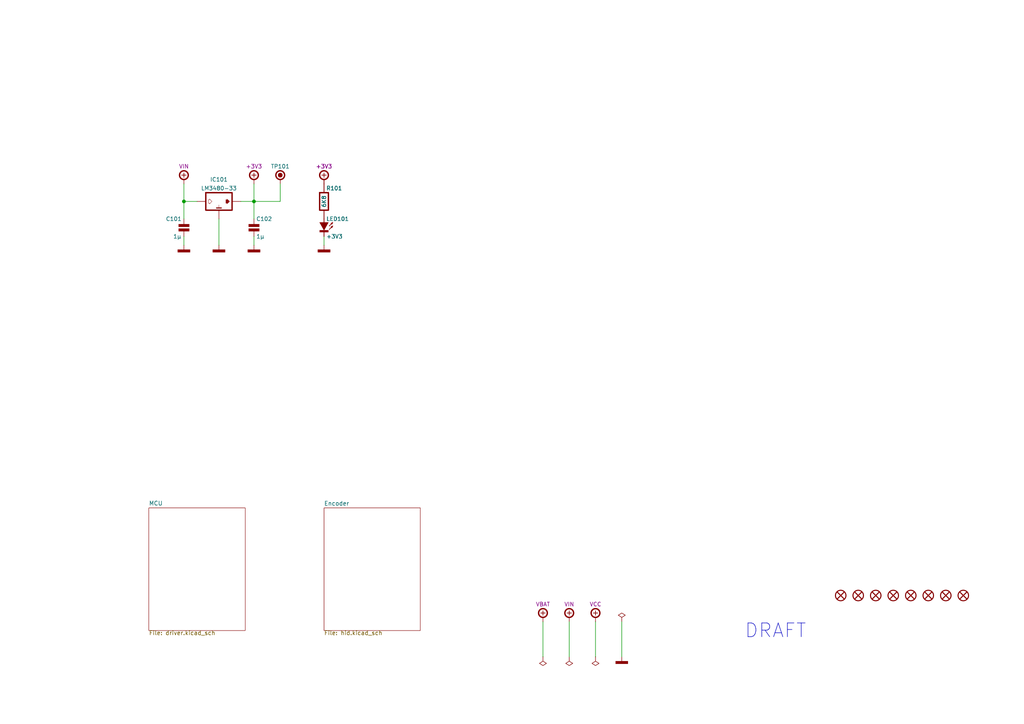
<source format=kicad_sch>
(kicad_sch (version 20211123) (generator eeschema)
  (paper "A4")
  (title_block (title "Power") (date "01/2022") (rev "A") (comment 1 "TCAR MCU Board - PIC24"))
  (lib_symbols
    (symbol "power:PWR_FLAG" (power) (pin_numbers hide) (pin_names (offset 0) hide)
      (property "Value" "PWR_FLAG" (at 0 3.81 0))
      (symbol "PWR_FLAG_0_0"
        (pin power_out line (at 0 0 90) (length 0) (name "pwr") (number "1"))
      )
      (symbol "PWR_FLAG_0_1"
        (polyline (pts (xy 0 0) (xy 0 1.27) (xy -1.016 1.905) (xy 0 2.54) (xy 1.016 1.905) (xy 0 1.27)))
      )
    )
    (symbol "tronixio:C-1206" (pin_numbers hide) (pin_names (offset 0) hide)
      (property "Reference" "C" (at 0.635 2.54 0))
      (property "Value" "C-1206" (at 0.635 -2.54 0))
      (symbol "C-1206_0_1"
        (rectangle (start -1.524 -0.254) (end 1.524 -1.016) (stroke (width 0.001)) (fill (type outline)))
        (rectangle (start -1.524 1.016) (end 1.524 0.254) (stroke (width 0.001)) (fill (type outline)))
      )
      (symbol "C-1206_1_1"
        (pin passive line (at 0 2.54 270) (length 1.905) (name "~") (number "1"))
        (pin passive line (at 0 -2.54 90) (length 1.905) (name "~") (number "2"))
      )
    )
    (symbol "tronixio:HARWIN-S1751" (pin_numbers hide) (pin_names (offset 0) hide)
      (property "Reference" "TP" (at 0 7.62 0))
      (property "Value" "HARWIN-S1751" (at 0 5.08 0))
      (symbol "HARWIN-S1751_0_1"
        (circle (center 0 2.54) (radius 0.635) (stroke (width 0.001)) (fill (type outline)))
        (circle (center 0 2.54) (radius 1.27) (stroke (width 0.4)))
      )
      (symbol "HARWIN-S1751_1_1"
        (pin passive line (at 0 0 90) (length 1.27) (name "1") (number "1"))
      )
    )
    (symbol "tronixio:LED-1206-RED" (pin_numbers hide) (pin_names (offset 0) hide)
      (property "Reference" "LED" (at 0 -2.54 0))
      (property "Value" "LED-1206-RED" (at 0 -5.08 0))
      (symbol "LED-1206-RED_0_1"
        (rectangle (start -1.27 1.27) (end -0.762 -1.27) (stroke (width 0.001)) (fill (type outline)))
        (polyline (pts (xy 1.524 -1.27) (xy 1.524 1.27) (xy -0.762 0) (xy 1.524 -1.27)) (stroke (width 0.001)) (fill (type outline)))
        (polyline (pts (xy -0.508 1.524) (xy 0.508 2.54) (xy 0.254 2.032) (xy 0 2.286) (xy 0.508 2.54)) (stroke (width 0.2)))
        (polyline (pts (xy 0.508 1.524) (xy 1.524 2.54) (xy 1.27 2.032) (xy 1.016 2.286) (xy 1.524 2.54)) (stroke (width 0.2)))
      )
      (symbol "LED-1206-RED_1_1"
        (pin passive line (at -2.54 0 0) (length 1.27) (name "K") (number "1"))
        (pin passive line (at 2.54 0 180) (length 1.27) (name "A") (number "2"))
      )
    )
    (symbol "tronixio:LM3480-33-SOT" (pin_numbers hide) (pin_names (offset 0) hide)
      (property "Reference" "IC" (at 0 6.35 0))
      (property "Value" "LM3480-33-SOT" (at 0 3.81 0))
      (symbol "LM3480-33-SOT_0_1"
        (rectangle (start -3.81 -2.54) (end 3.81 2.54) (stroke (width 0.4)))
        (rectangle (start -0.762 -1.778) (end 0.762 -2.032) (stroke (width 0.001)) (fill (type outline)))
        (polyline (pts (xy -2.032 0) (xy -2.794 -0.762)) (stroke (width 0.0006)))
        (polyline (pts (xy -2.032 0) (xy -2.794 0.762)) (stroke (width 0.0006)))
        (polyline (pts (xy 0 -1.778) (xy 0 -1.016)) (stroke (width 0.0006)))
        (polyline (pts (xy 3.048 0) (xy 2.286 -0.762)) (stroke (width 0.0006)))
        (polyline (pts (xy 3.048 0) (xy 2.286 0.762)) (stroke (width 0.0006)))
        (polyline (pts (xy -2.54 -0.508) (xy -3.048 -0.508) (xy -3.048 0.508) (xy -2.54 0.508)) (stroke (width 0.0006)))
        (polyline (pts (xy 2.54 -0.508) (xy 2.032 -0.508) (xy 2.032 0.508) (xy 2.54 0.508)) (stroke (width 0.001)) (fill (type outline)))
        (polyline (pts (xy 2.54 -0.508) (xy 3.048 0) (xy 2.54 0.508) (xy 2.54 -0.508)) (stroke (width 0.001)) (fill (type outline)))
      )
      (symbol "LM3480-33-SOT_1_1"
        (pin power_out line (at 6.35 0 180) (length 2.54) (name "VO") (number "1"))
        (pin power_in line (at -6.35 0 0) (length 2.54) (name "VI") (number "2"))
        (pin power_in line (at 0 -5.08 90) (length 2.54) (name "GND") (number "3"))
      )
    )
    (symbol "tronixio:MOUNTING-HOLE-MASK-3MM" (pin_numbers hide) (pin_names (offset 0) hide)
      (symbol "MOUNTING-HOLE-MASK-3MM_0_1"
        (polyline (pts (xy -1.016 -1.016) (xy 1.016 1.016)) (stroke (width 0.3)))
        (polyline (pts (xy 1.016 -1.016) (xy -1.016 1.016)) (stroke (width 0.3)))
        (circle (center 0 0) (radius 1.524) (stroke (width 0.3)))
      )
    )
    (symbol "tronixio:POWER-+3V3" (power) (pin_numbers hide) (pin_names (offset 0) hide)
      (property "Name" "+3V3" (at 0 5.08 0))
      (symbol "POWER-+3V3_0_1"
        (polyline (pts (xy -0.635 2.54) (xy 0.635 2.54)) (stroke (width 0.2)))
        (polyline (pts (xy 0 1.905) (xy 0 3.175)) (stroke (width 0.2)))
        (circle (center 0 2.54) (radius 1.27) (stroke (width 0.4)))
      )
      (symbol "POWER-+3V3_1_1"
        (pin power_in line (at 0 0 90) (length 1.27) (name "+3V3") (number "1"))
      )
    )
    (symbol "tronixio:POWER-GND" (power) (pin_numbers hide) (pin_names (offset 0) hide)
      (symbol "POWER-GND_0_1"
        (rectangle (start -1.778 -2.032) (end 1.778 -1.27) (stroke (width 0.001)) (fill (type outline)))
      )
      (symbol "POWER-GND_1_1"
        (pin power_in line (at 0 0 270) (length 1.27) (name "GND") (number "1"))
      )
    )
    (symbol "tronixio:POWER-VBAT" (power) (pin_numbers hide) (pin_names (offset 0) hide)
      (property "Name" "VBAT" (at 0 5.08 0))
      (symbol "POWER-VBAT_0_1"
        (polyline (pts (xy -0.635 2.54) (xy 0.635 2.54)) (stroke (width 0.2)))
        (polyline (pts (xy 0 1.905) (xy 0 3.175)) (stroke (width 0.2)))
        (circle (center 0 2.54) (radius 1.27) (stroke (width 0.4)))
      )
      (symbol "POWER-VBAT_1_1"
        (pin power_in line (at 0 0 90) (length 1.27) (name "VBAT") (number "1"))
      )
    )
    (symbol "tronixio:POWER-VCC" (power) (pin_numbers hide) (pin_names (offset 0) hide)
      (property "Name" "VCC" (at 0 5.08 0))
      (symbol "POWER-VCC_0_1"
        (polyline (pts (xy -0.635 2.54) (xy 0.635 2.54)) (stroke (width 0.2)))
        (polyline (pts (xy 0 1.905) (xy 0 3.175)) (stroke (width 0.2)))
        (circle (center 0 2.54) (radius 1.27) (stroke (width 0.4)))
      )
      (symbol "POWER-VCC_1_1"
        (pin power_in line (at 0 0 90) (length 1.27) (name "VCC") (number "1"))
      )
    )
    (symbol "tronixio:POWER-VIN" (power) (pin_numbers hide) (pin_names (offset 0) hide)
      (property "Name" "VIN" (at 0 5.08 0))
      (symbol "POWER-VIN_0_1"
        (polyline (pts (xy -0.635 2.54) (xy 0.635 2.54)) (stroke (width 0.2)))
        (polyline (pts (xy 0 1.905) (xy 0 3.175)) (stroke (width 0.2)))
        (circle (center 0 2.54) (radius 1.27) (stroke (width 0.4)))
      )
      (symbol "POWER-VIN_1_1"
        (pin power_in line (at 0 0 90) (length 1.27) (name "VIN") (number "1"))
      )
    )
    (symbol "tronixio:R-1206" (pin_numbers hide) (pin_names (offset 0) hide)
      (property "Reference" "R" (at 2.54 0 90))
      (property "Value" "R-1206" (at 0 0 90))
      (symbol "R-1206_0_1"
        (rectangle (start -1.27 -2.54) (end 1.27 2.54) (stroke (width 0.4)))
      )
      (symbol "R-1206_1_1"
        (pin passive line (at 0 5.08 270) (length 2.54) (name "~") (number "1"))
        (pin passive line (at 0 -5.08 90) (length 2.54) (name "~") (number "2"))
      )
    )
  )
  (junction (at 53.34 58.42) (diameter 0.9144))
  (junction (at 73.66 58.42) (diameter 0.9144))
  (wire (pts (xy 63.5 63.5) (xy 63.5 71.12)))
  (wire (pts (xy 73.66 68.58) (xy 73.66 71.12)))
  (wire (pts (xy 53.34 58.42) (xy 53.34 63.5)))
  (wire (pts (xy 172.72 180.34) (xy 172.72 190.5)))
  (wire (pts (xy 157.48 180.34) (xy 157.48 190.5)))
  (wire (pts (xy 53.34 68.58) (xy 53.34 71.12)))
  (wire (pts (xy 57.15 58.42) (xy 53.34 58.42)))
  (wire (pts (xy 73.66 58.42) (xy 73.66 53.34)))
  (wire (pts (xy 69.85 58.42) (xy 73.66 58.42)))
  (wire (pts (xy 81.28 53.34) (xy 81.28 58.42)))
  (wire (pts (xy 81.28 58.42) (xy 73.66 58.42)))
  (wire (pts (xy 93.98 68.58) (xy 93.98 71.12)))
  (wire (pts (xy 53.34 53.34) (xy 53.34 58.42)))
  (wire (pts (xy 73.66 58.42) (xy 73.66 63.5)))
  (wire (pts (xy 180.34 180.34) (xy 180.34 190.5)))
  (wire (pts (xy 165.1 180.34) (xy 165.1 190.5)))
  (text "DRAFT" (at 215.9 185.42 0) (effects (font (size 4 4)) (justify left bottom)))
  (symbol (lib_id "tronixio:POWER-GND") (at 93.98 71.12 0) (unit 1)
    (property "Reference" "#PWR0107" (effects hide))
    (property "Value" "POWER-GND" (effects hide))
  )
  (symbol (lib_id "power:PWR_FLAG") (at 157.48 190.5 180) (unit 1)
    (property "Reference" "#FLG0102" (effects hide))
    (property "Value" "PWR_FLAG" (effects hide))
  )
  (symbol (lib_id "tronixio:POWER-+3V3") (at 93.98 53.34 0) (unit 1)
    (property "Reference" "#PWR0103" (effects hide))
    (property "Value" "POWER-+3V3" (effects hide))
    (property "Name" "+3V3" (at 93.98 48.26 0) (effects (font (size 1.15 1.15))))
  )
  (symbol (lib_id "tronixio:MOUNTING-HOLE-MASK-3MM") (at 274.32 172.72 0) (unit 1)
    (property "Reference" "H107" (effects hide))
    (property "Value" "MOUNTING-HOLE-MASK-3MM" (effects hide))
    (property "Footprint" "tronixio:M3-MASK" (effects hide))
  )
  (symbol (lib_id "power:PWR_FLAG") (at 165.1 190.5 180) (unit 1)
    (property "Reference" "#FLG0103" (effects hide))
    (property "Value" "PWR_FLAG" (effects hide))
  )
  (symbol (lib_id "power:PWR_FLAG") (at 180.34 180.34 0) (mirror y) (unit 1)
    (property "Reference" "#FLG0101" (effects hide))
    (property "Value" "PWR_FLAG" (effects hide))
  )
  (symbol (lib_id "tronixio:POWER-GND") (at 63.5 71.12 0) (unit 1)
    (property "Reference" "#PWR0105" (effects hide))
    (property "Value" "POWER-GND" (effects hide))
  )
  (symbol (lib_id "tronixio:MOUNTING-HOLE-MASK-3MM") (at 269.24 172.72 0) (unit 1)
    (property "Reference" "H106" (effects hide))
    (property "Value" "MOUNTING-HOLE-MASK-3MM" (effects hide))
    (property "Footprint" "tronixio:M3-MASK" (effects hide))
  )
  (symbol (lib_id "tronixio:POWER-VIN") (at 53.34 53.34 0) (unit 1)
    (property "Reference" "#PWR0101" (effects hide))
    (property "Value" "POWER-VIN" (effects hide))
    (property "Name" "VIN" (at 53.34 48.26 0) (effects (font (size 1.15 1.15))))
  )
  (symbol (lib_id "tronixio:C-1206") (at 53.34 66.04 0) (unit 1)
    (property "Reference" "C101" (at 52.705 63.5 0) (effects (font (size 1.15 1.15)) (justify right)))
    (property "Value" "1µ" (at 52.705 68.58 0) (effects (font (size 1.15 1.15)) (justify right)))
    (property "Footprint" "tronixio:CAPACITOR-1206" (effects hide))
  )
  (symbol (lib_id "tronixio:POWER-GND") (at 53.34 71.12 0) (unit 1)
    (property "Reference" "#PWR0104" (effects hide))
    (property "Value" "POWER-GND" (effects hide))
  )
  (symbol (lib_id "tronixio:MOUNTING-HOLE-MASK-3MM") (at 264.16 172.72 0) (unit 1)
    (property "Reference" "H105" (effects hide))
    (property "Value" "MOUNTING-HOLE-MASK-3MM" (effects hide))
    (property "Footprint" "tronixio:M3-MASK" (effects hide))
  )
  (symbol (lib_id "tronixio:POWER-GND") (at 180.34 190.5 0) (unit 1)
    (property "Reference" "#PWR0111" (effects hide))
    (property "Value" "POWER-GND" (effects hide))
  )
  (symbol (lib_id "tronixio:POWER-+3V3") (at 73.66 53.34 0) (unit 1)
    (property "Reference" "#PWR0102" (effects hide))
    (property "Value" "POWER-+3V3" (effects hide))
    (property "Name" "+3V3" (at 73.66 48.26 0) (effects (font (size 1.15 1.15))))
  )
  (symbol (lib_id "tronixio:HARWIN-S1751") (at 81.28 53.34 0) (unit 1)
    (property "Reference" "TP101" (at 81.28 48.26 0) (effects (font (size 1.15 1.15))))
    (property "Value" "HARWIN-S1751" (effects hide))
    (property "Footprint" "tronixio:zzzHARWIN-S1751" (effects hide))
    (property "Datasheet" "https://www.harwin.com/products/S1751-46/" (effects hide))
    (property "MOUSER" "855-S1751-46" (effects hide))
  )
  (symbol (lib_id "tronixio:MOUNTING-HOLE-MASK-3MM") (at 248.92 172.72 0) (unit 1)
    (property "Reference" "H102" (effects hide))
    (property "Value" "MOUNTING-HOLE-MASK-3MM" (effects hide))
    (property "Footprint" "tronixio:M3-MASK" (effects hide))
  )
  (symbol (lib_id "power:PWR_FLAG") (at 172.72 190.5 180) (unit 1)
    (property "Reference" "#FLG0104" (effects hide))
    (property "Value" "PWR_FLAG" (effects hide))
  )
  (symbol (lib_id "tronixio:POWER-VCC") (at 172.72 180.34 0) (unit 1)
    (property "Reference" "#PWR0110" (effects hide))
    (property "Value" "POWER-VCC" (effects hide))
    (property "Name" "VCC" (at 172.72 175.26 0) (effects (font (size 1.15 1.15))))
  )
  (symbol (lib_id "tronixio:R-1206") (at 93.98 58.42 0) (unit 1)
    (property "Reference" "R101" (at 94.615 54.61 0) (effects (font (size 1.15 1.15)) (justify left)))
    (property "Value" "6K8" (at 93.98 58.42 90) (effects (font (size 1.15 1.15))))
    (property "Footprint" "tronixio:RESISTOR-1206" (effects hide))
  )
  (symbol (lib_id "tronixio:POWER-VIN") (at 165.1 180.34 0) (unit 1)
    (property "Reference" "#PWR0109" (effects hide))
    (property "Value" "POWER-VIN" (effects hide))
    (property "Name" "VIN" (at 165.1 175.26 0) (effects (font (size 1.15 1.15))))
  )
  (symbol (lib_id "tronixio:MOUNTING-HOLE-MASK-3MM") (at 243.84 172.72 0) (unit 1)
    (property "Reference" "H101" (effects hide))
    (property "Value" "MOUNTING-HOLE-MASK-3MM" (effects hide))
    (property "Footprint" "tronixio:M3-MASK" (effects hide))
  )
  (symbol (lib_id "tronixio:MOUNTING-HOLE-MASK-3MM") (at 254 172.72 0) (unit 1)
    (property "Reference" "H103" (effects hide))
    (property "Value" "MOUNTING-HOLE-MASK-3MM" (effects hide))
    (property "Footprint" "tronixio:M3-MASK" (effects hide))
  )
  (symbol (lib_id "tronixio:LM3480-33-SOT") (at 63.5 58.42 0) (unit 1)
    (property "Reference" "IC101" (at 63.5 52.07 0) (effects (font (size 1.15 1.15))))
    (property "Value" "LM3480-33" (at 63.5 54.61 0) (effects (font (size 1.15 1.15))))
    (property "Footprint" "tronixio:SOT-23-3" (effects hide))
    (property "MOUSER" "926-LM3480IM33.3NOPB" (effects hide))
  )
  (symbol (lib_id "tronixio:POWER-VBAT") (at 157.48 180.34 0) (unit 1)
    (property "Reference" "#PWR0108" (effects hide))
    (property "Value" "POWER-VBAT" (effects hide))
    (property "Name" "VBAT" (at 157.48 175.26 0) (effects (font (size 1.15 1.15))))
  )
  (symbol (lib_id "tronixio:LED-1206-RED") (at 93.98 66.04 270) (mirror x) (unit 1)
    (property "Reference" "LED101" (at 94.615 63.5 90) (effects (font (size 1.15 1.15)) (justify left)))
    (property "Value" "+3V3" (at 94.615 68.58 90) (effects (font (size 1.15 1.15)) (justify left)))
    (property "Footprint" "tronixio:LED-1206" (effects hide))
    (property "Datasheet" "http://www.kingbrightusa.com/images/catalog/SPEC/APT3216LSECK-J3-PRV.pdf" (effects hide))
    (property "MOUSER" "604-APT3216LSECKJ3RV" (effects hide))
  )
  (symbol (lib_id "tronixio:C-1206") (at 73.66 66.04 0) (unit 1)
    (property "Reference" "C102" (at 74.295 63.5 0) (effects (font (size 1.15 1.15)) (justify left)))
    (property "Value" "1µ" (at 74.295 68.58 0) (effects (font (size 1.15 1.15)) (justify left)))
    (property "Footprint" "tronixio:CAPACITOR-1206" (effects hide))
  )
  (symbol (lib_id "tronixio:MOUNTING-HOLE-MASK-3MM") (at 279.4 172.72 0) (unit 1)
    (property "Reference" "H108" (effects hide))
    (property "Value" "MOUNTING-HOLE-MASK-3MM" (effects hide))
    (property "Footprint" "tronixio:M3-MASK" (effects hide))
  )
  (symbol (lib_id "tronixio:MOUNTING-HOLE-MASK-3MM") (at 259.08 172.72 0) (unit 1)
    (property "Reference" "H104" (effects hide))
    (property "Value" "MOUNTING-HOLE-MASK-3MM" (effects hide))
    (property "Footprint" "tronixio:M3-MASK" (effects hide))
  )
  (symbol (lib_id "tronixio:POWER-GND") (at 73.66 71.12 0) (unit 1)
    (property "Reference" "#PWR0106" (effects hide))
    (property "Value" "POWER-GND" (effects hide))
  )
  (sheet (at 93.98 147.32) (size 27.94 35.56) (stroke (width 0.001))
    (property "Sheet name" "Encoder" (at 93.98 146.7191 0) (effects (font (size 1.2 1.2)) (justify left bottom)))
    (property "Sheet file" "hid.kicad_sch" (at 93.98 182.88 0) (effects (font (size 1.2 1.2)) (justify left top)))
  )
  (sheet (at 43.18 147.32) (size 27.94 35.56) (stroke (width 0.001))
    (property "Sheet name" "MCU" (at 43.18 146.6841 0) (effects (font (size 1.2 1.2)) (justify left bottom)))
    (property "Sheet file" "driver.kicad_sch" (at 43.18 182.88 0) (effects (font (size 1.2 1.2)) (justify left top)))
  )
)
</source>
